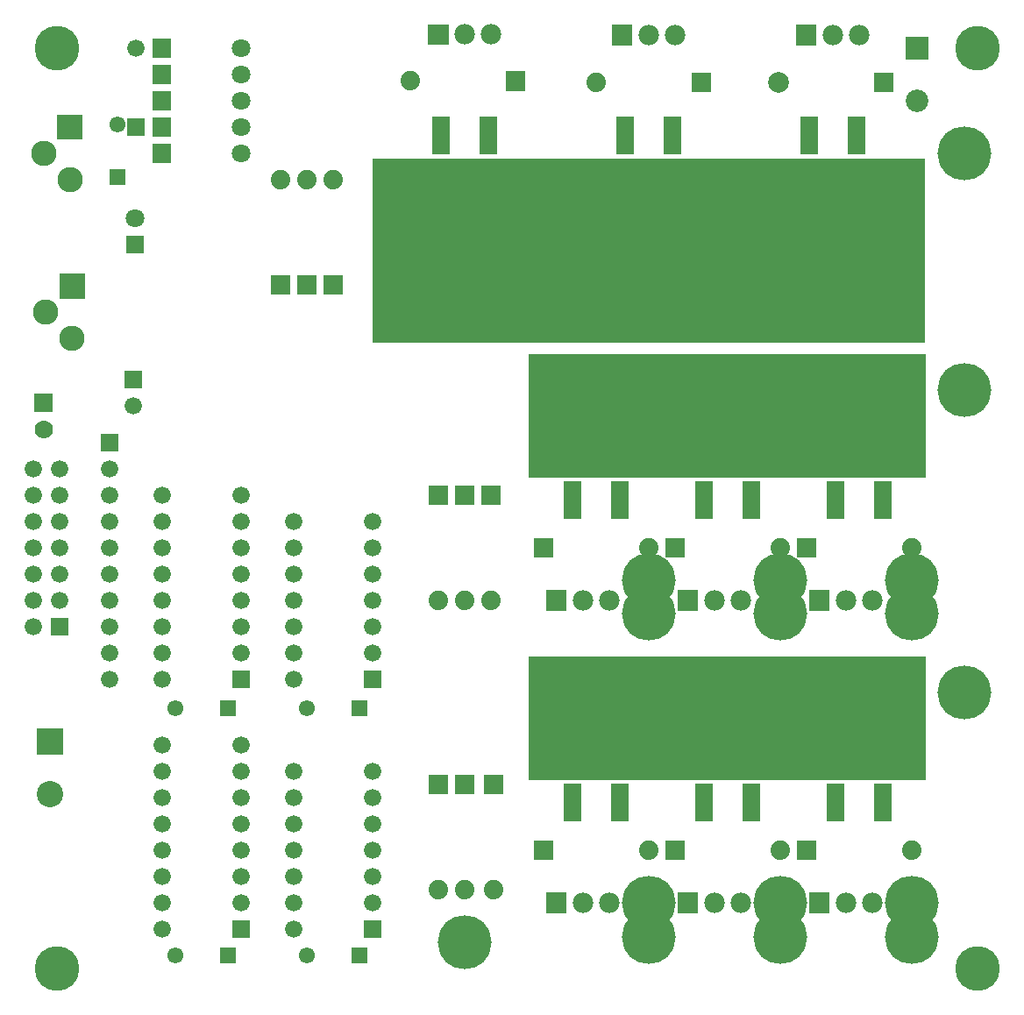
<source format=gts>
G04 start of page 6 for group -4063 idx -4063 *
G04 Title: (unknown), componentmask *
G04 Creator: pcb 20110918 *
G04 CreationDate: Tue 06 May 2014 00:52:38 GMT UTC *
G04 For: ksarkies *
G04 Format: Gerber/RS-274X *
G04 PCB-Dimensions: 390000 390000 *
G04 PCB-Coordinate-Origin: lower left *
%MOIN*%
%FSLAX25Y25*%
%LNTOPMASK*%
%ADD96R,0.0670X0.0670*%
%ADD95R,0.4700X0.4700*%
%ADD94C,0.1000*%
%ADD93C,0.0790*%
%ADD92C,0.0610*%
%ADD91C,0.0740*%
%ADD90C,0.0710*%
%ADD89C,0.0700*%
%ADD88C,0.0960*%
%ADD87C,0.0860*%
%ADD86C,0.1700*%
%ADD85C,0.0780*%
%ADD84C,0.2050*%
%ADD83C,0.0001*%
%ADD82C,0.0660*%
G54D82*X21000Y190000D03*
X40000D03*
X60000D03*
X21000Y200000D03*
Y210000D03*
X40000D03*
Y200000D03*
X60000D03*
G54D83*G36*
X161300Y203700D02*Y196300D01*
X168700D01*
Y203700D01*
X161300D01*
G37*
G54D82*X140000Y190000D03*
X110000D03*
X90000D03*
Y200000D03*
G54D83*G36*
X45900Y247300D02*Y240700D01*
X52500D01*
Y247300D01*
X45900D01*
G37*
G54D82*X49200Y234000D03*
G54D83*G36*
X36700Y223300D02*Y216700D01*
X43300D01*
Y223300D01*
X36700D01*
G37*
G54D84*X365000Y330000D03*
Y240000D03*
G54D85*X315000Y375000D03*
X325000D03*
G54D83*G36*
X330800Y360700D02*Y353300D01*
X338200D01*
Y360700D01*
X330800D01*
G37*
G54D86*X370000Y370000D03*
G54D83*G36*
X342700Y374300D02*Y365700D01*
X351300D01*
Y374300D01*
X342700D01*
G37*
G54D87*X347000Y350000D03*
G54D82*X11000Y200000D03*
Y210000D03*
G54D88*X15900Y269500D03*
G54D83*G36*
X11500Y238500D02*Y231500D01*
X18500D01*
Y238500D01*
X11500D01*
G37*
G54D89*X15000Y225000D03*
G54D83*G36*
X21100Y284300D02*Y274700D01*
X30700D01*
Y284300D01*
X21100D01*
G37*
G54D88*X25900Y259500D03*
G54D83*G36*
X20200Y344800D02*Y335200D01*
X29800D01*
Y344800D01*
X20200D01*
G37*
G54D86*X20000Y370000D03*
G54D88*X25000Y320000D03*
X15000Y330000D03*
G54D83*G36*
X56450Y363550D02*Y356450D01*
X63550D01*
Y363550D01*
X56450D01*
G37*
G54D82*X50000Y370000D03*
G54D83*G36*
X56450Y373550D02*Y366450D01*
X63550D01*
Y373550D01*
X56450D01*
G37*
G54D90*X90000Y360000D03*
G54D83*G36*
X161200Y379100D02*Y371300D01*
X169000D01*
Y379100D01*
X161200D01*
G37*
G54D90*X90000Y370000D03*
Y350000D03*
G54D91*X154500Y357500D03*
G54D83*G36*
X46400Y298500D02*Y291900D01*
X53000D01*
Y298500D01*
X46400D01*
G37*
G54D90*X49700Y305200D03*
G54D83*G36*
X101300Y283700D02*Y276300D01*
X108700D01*
Y283700D01*
X101300D01*
G37*
G54D91*X105000Y320000D03*
G54D90*X90000Y330000D03*
Y340000D03*
G54D83*G36*
X111300Y283700D02*Y276300D01*
X118700D01*
Y283700D01*
X111300D01*
G37*
G36*
X121300D02*Y276300D01*
X128700D01*
Y283700D01*
X121300D01*
G37*
G54D91*X115000Y320000D03*
X125000D03*
G54D83*G36*
X46700Y343300D02*Y336700D01*
X53300D01*
Y343300D01*
X46700D01*
G37*
G36*
X56450Y353550D02*Y346450D01*
X63550D01*
Y353550D01*
X56450D01*
G37*
G36*
Y333550D02*Y326450D01*
X63550D01*
Y333550D01*
X56450D01*
G37*
G36*
Y343550D02*Y336450D01*
X63550D01*
Y343550D01*
X56450D01*
G37*
G36*
X39950Y324050D02*Y317950D01*
X46050D01*
Y324050D01*
X39950D01*
G37*
G54D92*X43000Y341000D03*
G54D85*X175100Y375200D03*
X185100D03*
G54D83*G36*
X231100Y378900D02*Y371100D01*
X238900D01*
Y378900D01*
X231100D01*
G37*
G54D85*X245000Y375000D03*
X255000D03*
G54D83*G36*
X301100Y378900D02*Y371100D01*
X308900D01*
Y378900D01*
X301100D01*
G37*
G36*
X261300Y360700D02*Y353300D01*
X268700D01*
Y360700D01*
X261300D01*
G37*
G36*
X190800Y361200D02*Y353800D01*
X198200D01*
Y361200D01*
X190800D01*
G37*
G54D91*X225000Y357000D03*
G54D93*X294500D03*
G54D84*X173542Y271458D03*
X243542D03*
X313542D03*
G54D82*X21000Y170000D03*
X11000D03*
X21000Y180000D03*
X11000D03*
G54D83*G36*
X17700Y153300D02*Y146700D01*
X24300D01*
Y153300D01*
X17700D01*
G37*
G54D82*X11000Y150000D03*
X21000Y160000D03*
X11000D03*
Y190000D03*
X40000Y180000D03*
Y170000D03*
Y160000D03*
Y150000D03*
Y140000D03*
Y130000D03*
G54D83*G36*
X86700Y133300D02*Y126700D01*
X93300D01*
Y133300D01*
X86700D01*
G37*
G54D82*X90000Y140000D03*
Y150000D03*
Y160000D03*
G54D83*G36*
X81950Y122050D02*Y115950D01*
X88050D01*
Y122050D01*
X81950D01*
G37*
G54D82*X90000Y170000D03*
Y180000D03*
X60000D03*
Y170000D03*
Y160000D03*
Y150000D03*
Y140000D03*
Y130000D03*
G54D92*X65000Y119000D03*
G54D83*G36*
X12500Y111300D02*Y101300D01*
X22500D01*
Y111300D01*
X12500D01*
G37*
G54D94*X17500Y86300D03*
G54D86*X20000Y20000D03*
G54D84*X345000Y32000D03*
Y45000D03*
G54D85*X270000D03*
X280000D03*
G54D83*G36*
X306100Y48900D02*Y41100D01*
X313900D01*
Y48900D01*
X306100D01*
G37*
G54D85*X320000Y45000D03*
X330000D03*
G54D84*X175000Y30000D03*
G54D83*G36*
X206100Y48900D02*Y41100D01*
X213900D01*
Y48900D01*
X206100D01*
G37*
G54D91*X175000Y50000D03*
X186000D03*
G54D84*X245000Y32000D03*
Y45000D03*
G54D85*X220000D03*
X230000D03*
G54D83*G36*
X256100Y48900D02*Y41100D01*
X263900D01*
Y48900D01*
X256100D01*
G37*
G36*
X201300Y68700D02*Y61300D01*
X208700D01*
Y68700D01*
X201300D01*
G37*
G36*
X182300Y93700D02*Y86300D01*
X189700D01*
Y93700D01*
X182300D01*
G37*
G54D91*X245000Y65000D03*
G54D83*G36*
X251300Y68700D02*Y61300D01*
X258700D01*
Y68700D01*
X251300D01*
G37*
G36*
X131950Y28050D02*Y21950D01*
X138050D01*
Y28050D01*
X131950D01*
G37*
G54D92*X115000Y25000D03*
Y119000D03*
G54D84*X295000Y32000D03*
Y45000D03*
G54D91*Y65000D03*
G54D85*X270000Y160000D03*
X280000D03*
G54D83*G36*
X306100Y163900D02*Y156100D01*
X313900D01*
Y163900D01*
X306100D01*
G37*
G54D85*X320000Y160000D03*
X330000D03*
G54D84*X365000Y125000D03*
X345000Y155000D03*
Y167500D03*
G54D91*Y180000D03*
G54D83*G36*
X301300Y68700D02*Y61300D01*
X308700D01*
Y68700D01*
X301300D01*
G37*
G54D91*X345000Y65000D03*
G54D86*X370000Y20000D03*
G54D84*X295000Y155000D03*
Y167500D03*
G54D83*G36*
X301300Y183700D02*Y176300D01*
X308700D01*
Y183700D01*
X301300D01*
G37*
G54D91*X295000Y180000D03*
G54D84*X245000Y155000D03*
Y167500D03*
G54D85*X230000Y160000D03*
G54D83*G36*
X256100Y163900D02*Y156100D01*
X263900D01*
Y163900D01*
X256100D01*
G37*
G36*
X206100D02*Y156100D01*
X213900D01*
Y163900D01*
X206100D01*
G37*
G54D85*X220000Y160000D03*
G54D83*G36*
X251300Y183700D02*Y176300D01*
X258700D01*
Y183700D01*
X251300D01*
G37*
G36*
X201300D02*Y176300D01*
X208700D01*
Y183700D01*
X201300D01*
G37*
G54D91*X245000Y180000D03*
G54D83*G36*
X86700Y38300D02*Y31700D01*
X93300D01*
Y38300D01*
X86700D01*
G37*
G36*
X81950Y28050D02*Y21950D01*
X88050D01*
Y28050D01*
X81950D01*
G37*
G36*
X136700Y38300D02*Y31700D01*
X143300D01*
Y38300D01*
X136700D01*
G37*
G54D82*X110000Y35000D03*
X90000Y45000D03*
X60000Y65000D03*
Y55000D03*
Y45000D03*
Y35000D03*
G54D92*X65000Y25000D03*
G54D82*X110000Y65000D03*
Y55000D03*
G54D91*X165000Y50000D03*
G54D82*X110000Y45000D03*
G54D83*G36*
X181300Y203700D02*Y196300D01*
X188700D01*
Y203700D01*
X181300D01*
G37*
G36*
X171300D02*Y196300D01*
X178700D01*
Y203700D01*
X171300D01*
G37*
G54D91*X185000Y160000D03*
X175000D03*
X165000D03*
G54D82*X140000D03*
X110000D03*
Y150000D03*
X140000Y170000D03*
X110000D03*
X140000Y180000D03*
X110000D03*
X90000Y55000D03*
Y65000D03*
Y75000D03*
Y85000D03*
Y95000D03*
Y105000D03*
X60000D03*
Y95000D03*
Y85000D03*
Y75000D03*
X140000Y45000D03*
Y55000D03*
Y65000D03*
Y75000D03*
Y85000D03*
Y95000D03*
X110000Y85000D03*
Y75000D03*
G54D83*G36*
X171300Y93700D02*Y86300D01*
X178700D01*
Y93700D01*
X171300D01*
G37*
G36*
X136700Y133300D02*Y126700D01*
X143300D01*
Y133300D01*
X136700D01*
G37*
G54D82*X140000Y140000D03*
Y150000D03*
G54D83*G36*
X161300Y93700D02*Y86300D01*
X168700D01*
Y93700D01*
X161300D01*
G37*
G54D82*X110000Y140000D03*
Y130000D03*
Y95000D03*
G54D83*G36*
X131950Y122050D02*Y115950D01*
X138050D01*
Y122050D01*
X131950D01*
G37*
G54D95*X323000Y230000D02*X327000D01*
G54D96*X334055Y201889D02*Y194400D01*
X315945Y201889D02*Y194400D01*
G54D95*X273000Y230000D02*X277000D01*
G54D96*X284055Y201889D02*Y194400D01*
X265945Y201889D02*Y194400D01*
G54D95*X223000Y230000D02*X227000D01*
G54D96*X234055Y201889D02*Y194400D01*
X215945Y201889D02*Y194400D01*
G54D83*G36*
X280000Y328000D02*Y258000D01*
X350000D01*
Y328000D01*
X280000D01*
G37*
G36*
X210000D02*Y258000D01*
X280000D01*
Y328000D01*
X210000D01*
G37*
G36*
X140000D02*Y258000D01*
X210000D01*
Y328000D01*
X140000D01*
G37*
G54D96*X305945Y340600D02*Y333111D01*
X235945Y340600D02*Y333111D01*
X254055Y340600D02*Y333111D01*
X165945Y340600D02*Y333111D01*
X184055Y340600D02*Y333111D01*
X324055Y340600D02*Y333111D01*
G54D95*X323000Y115000D02*X327000D01*
G54D96*X334055Y86889D02*Y79400D01*
X315945Y86889D02*Y79400D01*
G54D95*X273000Y115000D02*X277000D01*
X223000D02*X227000D01*
G54D96*X284055Y86889D02*Y79400D01*
X265945Y86889D02*Y79400D01*
X234055Y86889D02*Y79400D01*
X215945Y86889D02*Y79400D01*
M02*

</source>
